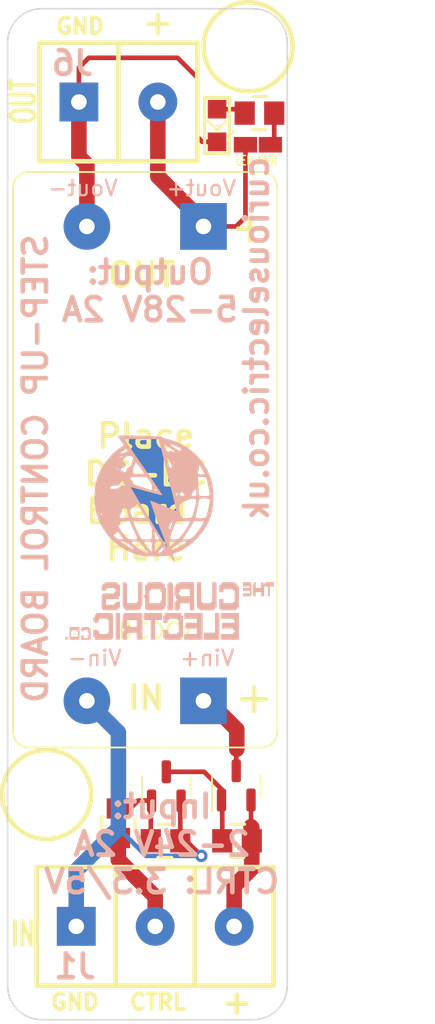
<source format=kicad_pcb>
(kicad_pcb (version 20211014) (generator pcbnew)
  (layers (0 "F.Cu" signal) (31 "B.Cu" signal) (34 "B.Paste" user) (35 "F.Paste" user) (36 "B.SilkS" user "B.Silkscreen") (37 "F.SilkS" user "F.Silkscreen") (38 "B.Mask" user) (39 "F.Mask" user) (44 "Edge.Cuts" user))
  (net 0 "")
  (net 1 "Net-(DCDC1-Pad1)")
  (net 2 "Net-(DCDC1-Pad2)")
  (net 3 "Net-(DCDC1-Pad3)")
  (net 4 "Net-(D1-Pad1)")
  (net 5 "Net-(J1-Pad2)")
  (net 6 "Net-(Q1-Pad3)")
  (net 7 "Net-(J1-Pad3)")
  (net 8 "Net-(D1-Pad2)")
  (net 9 "Net-(J5-Pad2)")
  (net 10 "Net-(Q1-Pad1)")
  (footprint "REInnovationFootprint:SM0805" (layer "F.Cu") (at 154.1804 124 -90)
    (fp_text reference "R1" hide)
    (fp_text value "100k" hide)
    (pad "1" smd rect locked (at 0 -0.9348 270) (size 1.5 1.3) (layers "F.Cu" "F.Paste" "F.Mask") (net 1 "Net-(DCDC1-Pad1)"))
    (pad "2" smd rect locked (at 0 0.9652 270) (size 1.5 1.3) (layers "F.Cu" "F.Paste" "F.Mask") (net 10 "Net-(Q1-Pad1)"))
  )
  (footprint "REInnovationFootprint:SM0805" (layer "F.Cu") (at 160.1928 77.216 90)
    (fp_text reference "R3" hide)
    (fp_text value "1k" hide)
    (pad "1" smd rect locked (at 0 -0.9348 90) (size 1.5 1.3) (layers "F.Cu" "F.Paste" "F.Mask") (net 8 "Net-(D1-Pad2)"))
    (pad "2" smd rect locked (at 0 0.9652 90) (size 1.5 1.3) (layers "F.Cu" "F.Paste" "F.Mask") (net 9 "Net-(J5-Pad2)"))
  )
  (footprint "REInnovationFootprint:PCB_DC_DC_Outline_v1" (layer "F.Cu") (at 171.277508 96.988388 90)
    (fp_text reference "J2" hide)
    (fp_text value "PCB" hide)
    (fp_line (start -38.1369 -26.3094) (end -38.0105 -26.4786) (layer "Edge.Cuts") (width 0.1))
    (fp_line (start 25.339 -27.0128) (end 25.52 -26.9028) (layer "Edge.Cuts") (width 0.1))
    (fp_line (start -37.3621 -27.0128) (end -37.1698 -27.1052) (layer "Edge.Cuts") (width 0.1))
    (fp_line (start -38.413 -25.7334) (end -38.3393 -25.9357) (layer "Edge.Cuts") (width 0.1))
    (fp_line (start -36.5375 -27.2662) (end -36.312 -27.2775) (layer "Edge.Cuts") (width 0.1))
    (fp_line (start 26.488 -11.4771) (end 26.477 -11.2516) (layer "Edge.Cuts") (width 0.1))
    (fp_line (start 26.224 -26.128) (end 26.316 -25.9357) (layer "Edge.Cuts") (width 0.1))
    (fp_line (start 25.846 -26.6347) (end 25.987 -26.4786) (layer "Edge.Cuts") (width 0.1))
    (fp_line (start 25.846 -9.9204) (end 25.689 -9.7786) (layer "Edge.Cuts") (width 0.1))
    (fp_line (start 24.7331 -27.233) (end 24.9443 -27.1789) (layer "Edge.Cuts") (width 0.1))
    (fp_line (start 25.52 -9.6522) (end 25.339 -9.5422) (layer "Edge.Cuts") (width 0.1))
    (fp_line (start -36.312 -9.2775) (end -36.5375 -9.2888) (layer "Edge.Cuts") (width 0.1))
    (fp_line (start 25.987 -26.4786) (end 26.114 -26.3094) (layer "Edge.Cuts") (width 0.1))
    (fp_line (start 26.444 -11.0328) (end 26.39 -10.8216) (layer "Edge.Cuts") (width 0.1))
    (fp_line (start -36.312 -27.2775) (end -36.312 -27.2775) (layer "Edge.Cuts") (width 0.1))
    (fp_line (start 24.9443 -9.3761) (end 24.7331 -9.322) (layer "Edge.Cuts") (width 0.1))
    (fp_line (start -36.9675 -9.3761) (end -37.1698 -9.4498) (layer "Edge.Cuts") (width 0.1))
    (fp_line (start -38.2469 -26.128) (end -38.1369 -26.3094) (layer "Edge.Cuts") (width 0.1))
    (fp_line (start 25.52 -26.9028) (end 25.689 -26.7764) (layer "Edge.Cuts") (width 0.1))
    (fp_line (start -37.8688 -9.9204) (end -38.0105 -10.0764) (layer "Edge.Cuts") (width 0.1))
    (fp_line (start -38.5003 -11.2516) (end -38.5116 -11.4771) (layer "Edge.Cuts") (width 0.1))
    (fp_line (start -36.9675 -27.1789) (end -36.7564 -27.233) (layer "Edge.Cuts") (width 0.1))
    (fp_line (start -38.5116 -11.4771) (end -38.5116 -25.0779) (layer "Edge.Cuts") (width 0.1))
    (fp_line (start 26.488 -25.0779) (end 26.488 -11.4771) (layer "Edge.Cuts") (width 0.1))
    (fp_line (start -38.4671 -25.5223) (end -38.413 -25.7334) (layer "Edge.Cuts") (width 0.1))
    (fp_line (start -37.5435 -9.6522) (end -37.7127 -9.7786) (layer "Edge.Cuts") (width 0.1))
    (fp_line (start 24.5143 -9.2888) (end 24.2887 -9.2775) (layer "Edge.Cuts") (width 0.1))
    (fp_line (start -37.3621 -9.5422) (end -37.5435 -9.6522) (layer "Edge.Cuts") (width 0.1))
    (fp_line (start 24.2887 -9.2775) (end -36.312 -9.2775) (layer "Edge.Cuts") (width 0.1))
    (fp_line (start -38.3393 -25.9357) (end -38.2469 -26.128) (layer "Edge.Cuts") (width 0.1))
    (fp_line (start 25.689 -26.7764) (end 25.846 -26.6347) (layer "Edge.Cuts") (width 0.1))
    (fp_line (start -37.5435 -26.9028) (end -37.3621 -27.0128) (layer "Edge.Cuts") (width 0.1))
    (fp_line (start 26.114 -10.2456) (end 25.987 -10.0764) (layer "Edge.Cuts") (width 0.1))
    (fp_line (start -38.2469 -10.427) (end -38.3393 -10.6194) (layer "Edge.Cuts") (width 0.1))
    (fp_line (start 24.9443 -27.1789) (end 25.147 -27.1052) (layer "Edge.Cuts") (width 0.1))
    (fp_line (start -37.7127 -26.7764) (end -37.5435 -26.9028) (layer "Edge.Cuts") (width 0.1))
    (fp_line (start -38.0105 -10.0764) (end -38.1369 -10.2456) (layer "Edge.Cuts") (width 0.1))
    (fp_line (start -36.7564 -9.322) (end -36.9675 -9.3761) (layer "Edge.Cuts") (width 0.1))
    (fp_line (start 26.477 -11.2516) (end 26.444 -11.0328) (layer "Edge.Cuts") (width 0.1))
    (fp_line (start -38.3393 -10.6194) (end -38.413 -10.8216) (layer "Edge.Cuts") (width 0.1))
    (fp_line (start -37.7127 -9.7786) (end -37.8688 -9.9204) (layer "Edge.Cuts") (width 0.1))
    (fp_line (start -36.5375 -9.2888) (end -36.7564 -9.322) (layer "Edge.Cuts") (width 0.1))
    (fp_line (start 25.147 -27.1052) (end 25.339 -27.0128) (layer "Edge.Cuts") (width 0.1))
    (fp_line (start -38.0105 -26.4786) (end -37.8688 -26.6347) (layer "Edge.Cuts") (width 0.1))
    (fp_line (start 25.987 -10.0764) (end 25.846 -9.9204) (layer "Edge.Cuts") (width 0.1))
    (fp_line (start 26.316 -10.6194) (end 26.224 -10.427) (layer "Edge.Cuts") (width 0.1))
    (fp_line (start 26.39 -10.8216) (end 26.316 -10.6194) (layer "Edge.Cuts") (width 0.1))
    (fp_line (start 24.5143 -27.2662) (end 24.7331 -27.233) (layer "Edge.Cuts") (width 0.1))
    (fp_line (start 26.224 -10.427) (end 26.114 -10.2456) (layer "Edge.Cuts") (width 0.1))
    (fp_line (start 25.689 -9.7786) (end 25.52 -9.6522) (layer "Edge.Cuts") (width 0.1))
    (fp_line (start -36.312 -27.2775) (end -36.312 -27.2775) (layer "Edge.Cuts") (width 0.1))
    (fp_line (start 26.39 -25.7334) (end 26.444 -25.5223) (layer "Edge.Cuts") (width 0.1))
    (fp_line (start -37.1698 -27.1052) (end -36.9675 -27.1789) (layer "Edge.Cuts") (width 0.1))
    (fp_line (start -36.7564 -27.233) (end -36.5375 -27.2662) (layer "Edge.Cuts") (width 0.1))
    (fp_line (start -36.312 -27.2775) (end 24.2887 -27.2775) (layer "Edge.Cuts") (width 0.1))
    (fp_line (start -38.5116 -25.0779) (end -38.5003 -25.3034) (layer "Edge.Cuts") (width 0.1))
    (fp_line (start 26.114 -26.3094) (end 26.224 -26.128) (layer "Edge.Cuts") (width 0.1))
    (fp_line (start 24.2887 -27.2775) (end 24.5143 -27.2662) (layer "Edge.Cuts") (width 0.1))
    (fp_line (start 25.147 -9.4498) (end 24.9443 -9.3761) (layer "Edge.Cuts") (width 0.1))
    (fp_line (start 25.339 -9.5422) (end 25.147 -9.4498) (layer "Edge.Cuts") (width 0.1))
    (fp_line (start -38.5003 -25.3034) (end -38.4671 -25.5223) (layer "Edge.Cuts") (width 0.1))
    (fp_line (start -37.1698 -9.4498) (end -37.3621 -9.5422) (layer "Edge.Cuts") (width 0.1))
    (fp_line (start 26.477 -25.3034) (end 26.488 -25.0779) (layer "Edge.Cuts") (width 0.1))
    (fp_line (start -38.1369 -10.2456) (end -38.2469 -10.427) (layer "Edge.Cuts") (width 0.1))
    (fp_line (start -37.8688 -26.6347) (end -37.7127 -26.7764) (layer "Edge.Cuts") (width 0.1))
    (fp_line (start -38.4671 -11.0328) (end -38.5003 -11.2516) (layer "Edge.Cuts") (width 0.1))
    (fp_line (start 24.7331 -9.322) (end 24.5143 -9.2888) (layer "Edge.Cuts") (width 0.1))
    (fp_line (start -38.413 -10.8216) (end -38.4671 -11.0328) (layer "Edge.Cuts") (width 0.1))
    (fp_line (start 26.316 -25.9357) (end 26.39 -25.7334) (layer "Edge.Cuts") (width 0.1))
    (fp_line (start 26.444 -25.5223) (end 26.477 -25.3034) (layer "Edge.Cuts") (width 0.1))
    (pad "" np_thru_hole circle (at -24.011612 -24.777508 90) (size 3 3) (drill 3) (layers F&B.Cu *.Mask))
    (pad "" np_thru_hole circle (at 23.988388 -11.777508 90) (size 3 3) (drill 3) (layers F&B.Cu *.Mask))
  )
  (footprint "REInnovationFootprint:SIL-2_solder_connect_2" (layer "F.Cu") (at 160.02 79.248)
    (fp_text reference "J5" hide)
    (fp_text value "LED PWR" (at 0 1.016 180) (layer "F.SilkS") (effects (font (size 0.6 0.4) (thickness 0.1))))
    (pad "1" smd rect (at -0.7112 0) (size 1.5 1) (layers "F.Cu" "F.Paste" "F.Mask") (net 3 "Net-(DCDC1-Pad3)") (clearance 0.01))
    (pad "2" smd rect (at 0.889 0) (size 1.5 1) (layers "F.Cu" "F.Paste" "F.Mask") (net 9 "Net-(J5-Pad2)") (clearance 0.01))
  )
  (footprint "Package_TO_SOT_SMD:SOT-23" (layer "F.Cu") (at 154.2152 120.5 90)
    (fp_text reference "Q1" hide)
    (fp_text value "2N7002")
    (pad "1" smd roundrect (at -0.9375 -0.95 90) (size 1.475 0.6) (layers "F.Cu" "F.Paste" "F.Mask") (net 10 "Net-(Q1-Pad1)"))
    (pad "2" smd roundrect (at -0.9375 0.95 90) (size 1.475 0.6) (layers "F.Cu" "F.Paste" "F.Mask") (net 1 "Net-(DCDC1-Pad1)"))
    (pad "3" smd roundrect (at 0.9375 0 90) (size 1.475 0.6) (layers "F.Cu" "F.Paste" "F.Mask") (net 6 "Net-(Q1-Pad3)"))
  )
  (footprint "Package_TO_SOT_SMD:SOT-23" (layer "F.Cu") (at 158.7152 120.4375 90)
    (fp_text reference "Q2" hide)
    (fp_text value "PMV48XP")
    (pad "1" smd roundrect (at -0.9375 -0.95 90) (size 1.475 0.6) (layers "F.Cu" "F.Paste" "F.Mask") (net 6 "Net-(Q1-Pad3)"))
    (pad "2" smd roundrect (at -0.9375 0.95 90) (size 1.475 0.6) (layers "F.Cu" "F.Paste" "F.Mask") (net 7 "Net-(J1-Pad3)"))
    (pad "3" smd roundrect (at 0.9375 0 90) (size 1.475 0.6) (layers "F.Cu" "F.Paste" "F.Mask") (net 2 "Net-(DCDC1-Pad2)"))
  )
  (footprint "REInnovationFootprint:SM0805" (layer "F.Cu") (at 158.75 124 90)
    (fp_text reference "R2" hide)
    (fp_text value "100k" hide)
    (pad "1" smd rect locked (at 0 -0.9348 90) (size 1.5 1.3) (layers "F.Cu" "F.Paste" "F.Mask") (net 6 "Net-(Q1-Pad3)"))
    (pad "2" smd rect locked (at 0 0.9652 90) (size 1.5 1.3) (layers "F.Cu" "F.Paste" "F.Mask") (net 7 "Net-(J1-Pad3)"))
  )
  (footprint "REInnovationFootprint:SIL-3_screw_terminal" (layer "F.Cu") (at 148.42 129.5)
    (fp_text reference "J1" (at -0.084 2.58) (layer "B.SilkS") (effects (font (size 1.524 1.524) (thickness 0.3048)) (justify mirror)))
    (fp_text value "IN" (at -3.42 0.5) (layer "F.SilkS") (effects (font (size 1.524 1.016) (thickness 0.254))))
    (fp_text user "CTRL" (at 5.25 4.866) (layer "F.SilkS") (effects (font (thickness 0.25))))
    (fp_text user "+" (at 10.33 4.866) (layer "F.SilkS") (effects (font (size 1.524 1.524) (thickness 0.3048))))
    (fp_text user "GND" (at -0.084 4.866) (layer "F.SilkS") (effects (font (thickness 0.25))))
    (pad "1" thru_hole rect (at 0 0) (size 2.49936 2.49936) (drill 1.00076) (layers *.Cu *.Mask) (net 1 "Net-(DCDC1-Pad1)"))
    (pad "2" thru_hole circle (at 5.08 0) (size 2.49936 2.49936) (drill 1.00076) (layers *.Cu *.Mask) (net 5 "Net-(J1-Pad2)"))
    (pad "3" thru_hole circle (at 10.16 0) (size 2.49936 2.49936) (drill 1.00076) (layers *.Cu *.Mask) (net 7 "Net-(J1-Pad3)"))
  )
  (footprint "REInnovationFootprint:SM0805" (layer "F.Cu") (at 151.13 122.8548)
    (fp_text reference "R4" hide)
    (fp_text value "1k" hide)
    (pad "1" smd rect locked (at 0 -0.9348) (size 1.5 1.3) (layers "F.Cu" "F.Paste" "F.Mask") (net 10 "Net-(Q1-Pad1)"))
    (pad "2" smd rect locked (at 0 0.9652) (size 1.5 1.3) (layers "F.Cu" "F.Paste" "F.Mask") (net 5 "Net-(J1-Pad2)"))
  )
  (footprint "REInnovationFootprint:SIL-2_screw_terminal" (layer "F.Cu") (at 148.59 76.5)
    (fp_text reference "J6" (at -0.42 -2.5 180) (layer "B.SilkS") (effects (font (size 1.524 1.524) (thickness 0.3048)) (justify mirror)))
    (fp_text value "OUT" (at -3.556 -0.046 90) (layer "F.SilkS") (effects (font (size 1.524 1.016) (thickness 0.254))))
    (fp_text user "GND" (at 0.08 -4.872 180) (layer "F.SilkS") (effects (font (thickness 0.25))))
    (fp_text user "+" (at 5.08 -5.126) (layer "F.SilkS") (effects (font (size 1.524 1.524) (thickness 0.3048))))
    (pad "1" thru_hole rect locked (at 0 0) (size 2.49936 2.49936) (drill 1.00076) (layers *.Cu *.Mask) (net 4 "Net-(D1-Pad1)"))
    (pad "2" thru_hole circle locked (at 5.08 0) (size 2.49936 2.49936) (drill 1.00076) (layers *.Cu *.Mask) (net 3 "Net-(DCDC1-Pad3)"))
  )
  (footprint "REInnovationFootprint:TH_DCDC_Step_up_MT3608" (layer "F.Cu") (at 144.355 118)
    (fp_text reference "DCDC1" (at 9.25 -7.5 180) (layer "F.SilkS"))
    (fp_text value "DC-DC_GENERIC" hide)
    (fp_text user "Vin-" (at 5.25 -5.75 unlocked) (layer "B.SilkS") (effects (justify mirror)))
    (fp_text user "Vout-" (at 4.489 -35.958 unlocked) (layer "B.SilkS") (effects (justify mirror)))
    (fp_text user "Vout+" (at 12.109 -35.958 unlocked) (layer "B.SilkS") (effects (justify mirror)))
    (fp_text user "Vin+" (at 12.5 -5.75 unlocked) (layer "B.SilkS") (effects (justify mirror)))
    (fp_text user "+" (at 15.25 -33.5) (layer "F.SilkS") (effects (font (size 2 2) (thickness 0.3))))
    (fp_text user "+" (at 15.5 -3.25) (layer "F.SilkS") (effects (font (size 2 2) (thickness 0.3))))
    (pad "1" thru_hole circle (at 4.75 -3) (size 3 3) (drill 1) (layers *.Cu *.Mask) (net 1 "Net-(DCDC1-Pad1)"))
    (pad "2" thru_hole rect (at 12.25 -3) (size 3 3) (drill 1) (layers *.Cu *.Mask) (net 2 "Net-(DCDC1-Pad2)"))
    (pad "3" thru_hole rect (at 12.25 -33.5) (size 3 3) (drill 1) (layers *.Cu *.Mask) (net 3 "Net-(DCDC1-Pad3)"))
    (pad "4" thru_hole circle (at 4.75 -33.5) (size 3 3) (drill 1) (layers *.Cu *.Mask) (net 4 "Net-(D1-Pad1)"))
  )
  (footprint "CuriousElectric3:2019_011_16_CuriousElectricCompany_Logo_Round_Logo_No_words_KiCAD_10mm_PCBLogo" (layer "F.Cu") (at 152.743384 106.026665)
    (fp_text reference "J3" hide)
    (fp_text value "LOGO" hide)
    (fp_poly (pts (xy 1.598158 -5.545666) (xy 1.705783 -5.113042) (xy 1.80602 -4.705886) (xy 1.897159 -4.331429) (xy 1.977492 -3.996898) (xy 2.045309 -3.709525) (xy 2.098903 -3.476537) (xy 2.136563 -3.305164) (xy 2.156581 -3.202636) (xy 2.158569 -3.175) (xy 2.111409 -3.190455) (xy 1.998121 -3.233634) (xy 1.830759 -3.299761) (xy 1.621372 -3.384057) (xy 1.382015 -3.481744) (xy 1.30842 -3.512018) (xy 1.064121 -3.611815) (xy 0.84763 -3.698579) (xy 0.670636 -3.767764) (xy 0.544826 -3.814825) (xy 0.481885 -3.835215) (xy 0.476981 -3.835425) (xy 0.488865 -3.793728) (xy 0.529404 -3.678319) (xy 0.596627 -3.494419) (xy 0.688564 -3.247251) (xy 0.803244 -2.942034) (xy 0.938696 -2.583991) (xy 1.09295 -2.178343) (xy 1.264034 -1.730312) (xy 1.449979 -1.24512) (xy 1.648813 -0.727987) (xy 1.696865 -0.60325) (xy 1.718786 -0.530957) (xy 1.716638 -0.508) (xy 1.690623 -0.542461) (xy 1.627213 -0.638947) (xy 1.53296 -0.787116) (xy 1.414414 -0.976624) (xy 1.278125 -1.197128) (xy 1.213951 -1.30175) (xy 0.839385 -1.914222) (xy 0.507452 -2.457896) (xy 0.21624 -2.935974) (xy -0.036165 -3.351659) (xy -0.251675 -3.708153) (xy -0.432203 -4.008659) (xy -0.579661 -4.256379) (xy -0.695963 -4.454515) (xy -0.783021 -4.606271) (xy -0.842749 -4.714848) (xy -0.877058 -4.783449) (xy -0.887861 -4.815277) (xy -0.886433 -4.818326) (xy -0.837265 -4.811146) (xy -0.718164 -4.783815) (xy -0.54065 -4.739279) (xy -0.316247 -4.680484) (xy -0.056475 -4.610374) (xy 0.152388 -4.552763) (xy 0.429212 -4.47628) (xy 0.677522 -4.408732) (xy 0.886181 -4.353062) (xy 1.044052 -4.312214) (xy 1.139998 -4.289131) (xy 1.164643 -4.285271) (xy 1.143056 -4.321197) (xy 1.077521 -4.420041) (xy 0.972518 -4.575268) (xy 0.832523 -4.780344) (xy 0.662014 -5.028737) (xy 0.46547 -5.313912) (xy 0.247368 -5.629335) (xy 0.012186 -5.968473) (xy -0.069101 -6.085474) (xy -0.309311 -6.431462) (xy -0.534242 -6.756214) (xy -0.739372 -7.053148) (xy -0.920181 -7.315681) (xy -1.072147 -7.537233) (xy -1.190747 -7.71122) (xy -1.271462 -7.831062) (xy -1.309769 -7.890176) (xy -1.312333 -7.895224) (xy -1.271806 -7.900749) (xy -1.157444 -7.905734) (xy -0.980081 -7.909982) (xy -0.750549 -7.913295) (xy -0.47968 -7.915476) (xy -0.178306 -7.916328) (xy -0.153453 -7.916333) (xy 1.005427 -7.916333) (xy 1.598158 -5.545666)) (layer "B.Cu") (width 0.01) (fill solid))
  )
  (footprint "REInnovationFootprint:SM0805_LED" (layer "F.Cu") (at 157.48 78.01102 180)
    (fp_text reference "D1" hide)
    (fp_text value "LED" hide)
    (pad "1" smd rect locked (at 0 -1.04902 180) (size 1.19888 1.19888) (layers "F.Cu" "F.Paste" "F.Mask") (net 4 "Net-(D1-Pad1)"))
    (pad "2" smd rect locked (at 0 1.04902 180) (size 1.19888 1.19888) (layers "F.Cu" "F.Paste" "F.Mask") (net 8 "Net-(D1-Pad2)"))
  )
  (footprint "CuriousElectric3:TCEC_Words_13mm" (layer "B.Cu") (at 161.4035 107.1085 180)
    (fp_text reference "J4" hide)
    (fp_text value "LOGO_2" hide)
  )
  (gr_text "STEP-UP CONTROL BOARD" (at 145.796 100.076 90) (layer "B.SilkS") (effects (font (size 1.5 1.5) (thickness 0.3)) (justify mirror)))
  (gr_text "Output:\n5-28V 2A" (at 153.162 88.646) (layer "B.SilkS") (effects (font (size 1.5 1.5) (thickness 0.3)) (justify mirror)))
  (gr_text "Input:\n2-24V 2A\nCTRL: 3.3/5V" (at 153.924 124.206) (layer "B.SilkS") (effects (font (size 1.5 1.5) (thickness 0.3)) (justify mirror)))
  (gr_text "curiouselectric.co.uk\n" (at 160.02 91.694 90) (layer "B.SilkS") (effects (font (size 1.5 1.5) (thickness 0.3)) (justify mirror)))
  (gr_text "OUT" (at 152.654 87.63) (layer "F.SilkS") (effects (font (size 1.5 1.5) (thickness 0.3))))
  (gr_text "Place\nDC-DC\nBoard \nHere" (at 152.908 101.6) (layer "F.SilkS") (effects (font (size 1.5 1.5) (thickness 0.3))))
  (gr_text "IN" (at 152.908 114.808) (layer "F.SilkS") (effects (font (size 1.5 1.5) (thickness 0.3))))
  (segment (start 155.1152 121.4875) (end 155.1652 121.4375) (width 0.3) (layer "F.Cu") (net 1))
  (segment (start 155.1152 124) (end 155.1152 121.4875) (width 0.3) (layer "F.Cu") (net 1))
  (segment (start 155.1152 124) (end 155.496 124) (width 0.3) (layer "F.Cu") (net 1))
  (segment (start 149.925 115) (end 149.105 115) (width 1) (layer "F.Cu") (net 1))
  (segment (start 155.496 124) (end 156.464 124.968) (width 0.3) (layer "F.Cu") (net 1))
  (via (at 156.464 124.968) (size 0.8) (drill 0.4) (layers "F.Cu" "B.Cu") (net 1))
  (segment (start 152.908 124.968) (end 151.13 123.19) (width 0.3) (layer "B.Cu") (net 1))
  (segment (start 156.464 124.968) (end 152.908 124.968) (width 0.3) (layer "B.Cu") (net 1))
  (segment (start 151.13 117.025) (end 149.105 115) (width 1) (layer "B.Cu") (net 1))
  (segment (start 151.13 123.19) (end 151.13 117.025) (width 1) (layer "B.Cu") (net 1))
  (segment (start 148.42 129.5) (end 148.42 125.9) (width 1) (layer "B.Cu") (net 1))
  (segment (start 148.42 125.9) (end 151.13 123.19) (width 1) (layer "B.Cu") (net 1))
  (segment (start 158.7152 118.1448) (end 158.75 118.11) (width 0.3) (layer "F.Cu") (net 2))
  (segment (start 158.7152 119.5) (end 158.7152 118.1448) (width 0.3) (layer "F.Cu") (net 2))
  (segment (start 158.75 116.84) (end 158.75 118.11) (width 1) (layer "F.Cu") (net 2))
  (segment (start 156.605 115) (end 156.91 115) (width 1) (layer "F.Cu") (net 2))
  (segment (start 156.91 115) (end 158.75 116.84) (width 1) (layer "F.Cu") (net 2))
  (segment (start 153.67 81.28) (end 153.67 76.5) (width 1) (layer "F.Cu") (net 3))
  (segment (start 156.605 84.215) (end 153.67 81.28) (width 1) (layer "F.Cu") (net 3))
  (segment (start 159.3088 83.8962) (end 158.705 84.5) (width 0.3) (layer "F.Cu") (net 3))
  (segment (start 158.705 84.5) (end 156.605 84.5) (width 0.3) (layer "F.Cu") (net 3))
  (segment (start 159.3088 79.248) (end 159.3088 83.8962) (width 0.3) (layer "F.Cu") (net 3))
  (segment (start 156.605 84.5) (end 156.605 84.215) (width 1) (layer "F.Cu") (net 3))
  (segment (start 149.105 80.525) (end 148.59 80.01) (width 1) (layer "F.Cu") (net 4))
  (segment (start 154.94 73.66) (end 149.225 73.66) (width 0.3) (layer "F.Cu") (net 4))
  (segment (start 148.59 80.01) (end 148.59 76.5) (width 1) (layer "F.Cu") (net 4))
  (segment (start 157.48 79.06004) (end 156.53004 79.06004) (width 0.3) (layer "F.Cu") (net 4))
  (segment (start 149.105 84.5) (end 149.105 80.525) (width 1) (layer "F.Cu") (net 4))
  (segment (start 156.53004 79.06004) (end 156.21 78.74) (width 0.3) (layer "F.Cu") (net 4))
  (segment (start 156.21 74.93) (end 154.94 73.66) (width 0.3) (layer "F.Cu") (net 4))
  (segment (start 148.59 74.295) (end 148.59 76.5) (width 0.3) (layer "F.Cu") (net 4))
  (segment (start 156.21 78.74) (end 156.21 74.93) (width 0.3) (layer "F.Cu") (net 4))
  (segment (start 149.225 73.66) (end 148.59 74.295) (width 0.3) (layer "F.Cu") (net 4))
  (segment (start 151.13 125.222) (end 151.13 123.82) (width 1) (layer "F.Cu") (net 5))
  (segment (start 153.5 129.5) (end 153.5 127.592) (width 1) (layer "F.Cu") (net 5))
  (segment (start 153.5 127.592) (end 151.13 125.222) (width 1) (layer "F.Cu") (net 5))
  (segment (start 157.7652 120.6812) (end 157.7652 121.375) (width 0.3) (layer "F.Cu") (net 6))
  (segment (start 157.8152 124) (end 157.8152 121.425) (width 0.3) (layer "F.Cu") (net 6))
  (segment (start 154.2152 119.5625) (end 156.6465 119.5625) (width 0.3) (layer "F.Cu") (net 6))
  (segment (start 157.8152 121.425) (end 157.7652 121.375) (width 0.3) (layer "F.Cu") (net 6))
  (segment (start 156.6465 119.5625) (end 157.7652 120.6812) (width 0.3) (layer "F.Cu") (net 6))
  (segment (start 159.6652 123.0892) (end 159.6652 123.95) (width 0.3) (layer "F.Cu") (net 7))
  (segment (start 158.58 126.916) (end 159.7152 125.7808) (width 1) (layer "F.Cu") (net 7))
  (segment (start 158.58 129.5) (end 158.58 126.916) (width 1) (layer "F.Cu") (net 7))
  (segment (start 159.6652 123.95) (end 159.7152 124) (width 0.3) (layer "F.Cu") (net 7))
  (segment (start 159.7152 125.2728) (end 159.7152 124) (width 1) (layer "F.Cu") (net 7))
  (segment (start 159.7152 125.7808) (end 159.7152 125.2728) (width 1) (layer "F.Cu") (net 7))
  (segment (start 159.7152 125.2728) (end 159.7152 123.1392) (width 1) (layer "F.Cu") (net 7))
  (segment (start 159.6652 121.375) (end 159.6652 123.0892) (width 0.3) (layer "F.Cu") (net 7))
  (segment (start 159.7152 123.1392) (end 159.6652 123.0892) (width 1) (layer "F.Cu") (net 7))
  (segment (start 159.004 76.962) (end 159.258 77.216) (width 0.3) (layer "F.Cu") (net 8))
  (segment (start 157.48 76.962) (end 159.004 76.962) (width 0.3) (layer "F.Cu") (net 8))
  (segment (start 161.158 77.216) (end 161.158 78.999) (width 0.3) (layer "F.Cu") (net 9))
  (segment (start 161.158 78.999) (end 160.909 79.248) (width 0.3) (layer "F.Cu") (net 9))
  (segment (start 151.892 121.92) (end 152.4 121.412) (width 0.3) (layer "F.Cu") (net 10))
  (segment (start 153.2397 121.412) (end 153.2652 121.4375) (width 0.3) (layer "F.Cu") (net 10))
  (segment (start 151.13 121.92) (end 151.892 121.92) (width 0.3) (layer "F.Cu") (net 10))
  (segment (start 153.2152 121.4875) (end 153.2652 121.4375) (width 0.3) (layer "F.Cu") (net 10))
  (segment (start 153.2152 124) (end 153.2152 121.4875) (width 0.3) (layer "F.Cu") (net 10))
  (segment (start 152.4 121.412) (end 153.2397 121.412) (width 0.3) (layer "F.Cu") (net 10))
)
</source>
